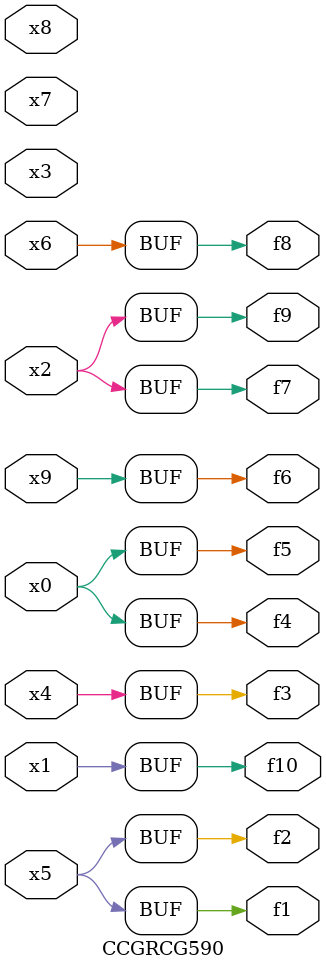
<source format=v>
module CCGRCG590(
	input x0, x1, x2, x3, x4, x5, x6, x7, x8, x9,
	output f1, f2, f3, f4, f5, f6, f7, f8, f9, f10
);
	assign f1 = x5;
	assign f2 = x5;
	assign f3 = x4;
	assign f4 = x0;
	assign f5 = x0;
	assign f6 = x9;
	assign f7 = x2;
	assign f8 = x6;
	assign f9 = x2;
	assign f10 = x1;
endmodule

</source>
